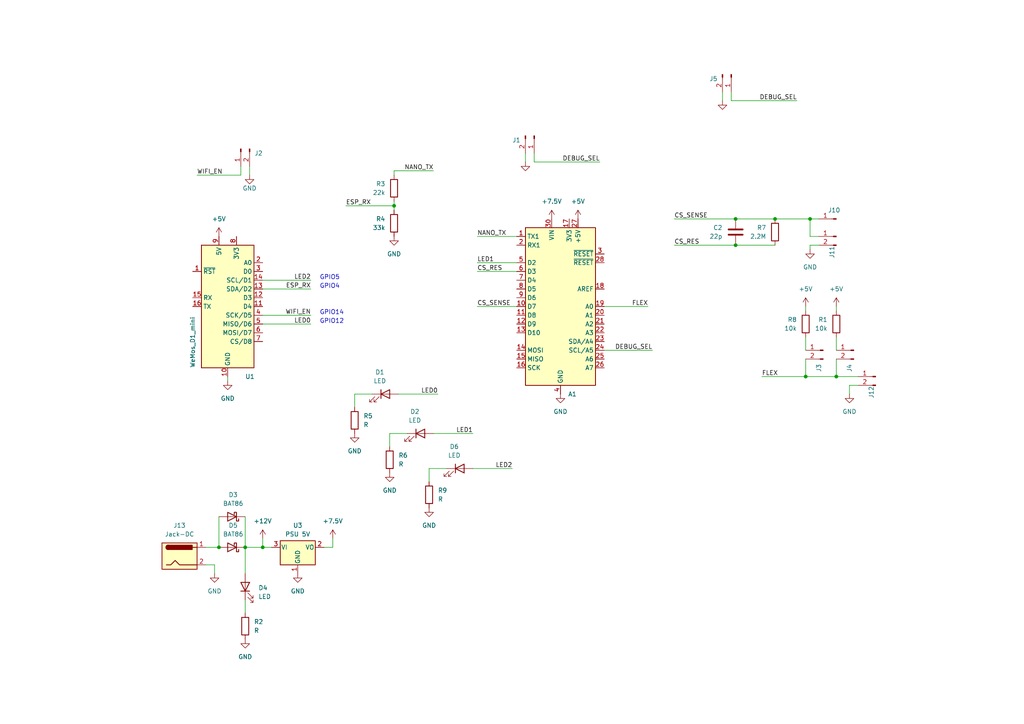
<source format=kicad_sch>
(kicad_sch (version 20230121) (generator eeschema)
  (paper "A4")
  (lib_symbols
    (symbol "Connector:Conn_01x01_Pin" (pin_names (offset 1.016) hide)
      (property "Reference" "J" (at 0 2.54 0))
      (property "Value" "Conn_01x01_Pin" (at 0 -2.54 0))
      (symbol "Conn_01x01_Pin_1_1"
        (polyline (pts (xy 1.27 0) (xy 0.8636 0)) (stroke (width 0.1524)))
        (rectangle (start 0.8636 0.127) (end 0 -0.127) (stroke (width 0.1524)) (fill (type outline)))
        (pin passive line (at 5.08 0 180) (length 3.81) (name "Pin_1") (number "1"))
      )
    )
    (symbol "Connector:Conn_01x02_Pin" (pin_names (offset 1.016) hide)
      (property "Reference" "J" (at 0 2.54 0))
      (property "Value" "Conn_01x02_Pin" (at 0 -5.08 0))
      (symbol "Conn_01x02_Pin_1_1"
        (polyline (pts (xy 1.27 -2.54) (xy 0.8636 -2.54)) (stroke (width 0.1524)))
        (polyline (pts (xy 1.27 0) (xy 0.8636 0)) (stroke (width 0.1524)))
        (rectangle (start 0.8636 -2.413) (end 0 -2.667) (stroke (width 0.1524)) (fill (type outline)))
        (rectangle (start 0.8636 0.127) (end 0 -0.127) (stroke (width 0.1524)) (fill (type outline)))
        (pin passive line (at 5.08 0 180) (length 3.81) (name "Pin_1") (number "1"))
        (pin passive line (at 5.08 -2.54 180) (length 3.81) (name "Pin_2") (number "2"))
      )
    )
    (symbol "Connector:Jack-DC" (pin_names (offset 1.016))
      (property "Reference" "J" (at 0 5.334 0))
      (property "Value" "Jack-DC" (at 0 -5.08 0))
      (symbol "Jack-DC_0_1"
        (rectangle (start -5.08 3.81) (end 5.08 -3.81) (stroke (width 0.254)) (fill (type background)))
        (arc (start -3.302 3.175) (mid -3.9343 2.54) (end -3.302 1.905) (stroke (width 0.254)))
        (arc (start -3.302 3.175) (mid -3.9343 2.54) (end -3.302 1.905) (stroke (width 0.254)) (fill (type outline)))
        (polyline (pts (xy 5.08 2.54) (xy 3.81 2.54)) (stroke (width 0.254)))
        (polyline (pts (xy -3.81 -2.54) (xy -2.54 -2.54) (xy -1.27 -1.27) (xy 0 -2.54) (xy 2.54 -2.54) (xy 5.08 -2.54)) (stroke (width 0.254)))
        (rectangle (start 3.683 3.175) (end -3.302 1.905) (stroke (width 0.254)) (fill (type outline)))
      )
      (symbol "Jack-DC_1_1"
        (pin passive line (at 7.62 2.54 180) (length 2.54) (name "~") (number "1"))
        (pin passive line (at 7.62 -2.54 180) (length 2.54) (name "~") (number "2"))
      )
    )
    (symbol "Device:C" (pin_numbers hide) (pin_names (offset 0.254))
      (property "Reference" "C" (at 0.635 2.54 0))
      (property "Value" "C" (at 0.635 -2.54 0))
      (symbol "C_0_1"
        (polyline (pts (xy -2.032 -0.762) (xy 2.032 -0.762)) (stroke (width 0.508)))
        (polyline (pts (xy -2.032 0.762) (xy 2.032 0.762)) (stroke (width 0.508)))
      )
      (symbol "C_1_1"
        (pin passive line (at 0 3.81 270) (length 2.794) (name "~") (number "1"))
        (pin passive line (at 0 -3.81 90) (length 2.794) (name "~") (number "2"))
      )
    )
    (symbol "Device:LED" (pin_numbers hide) (pin_names (offset 1.016) hide)
      (property "Reference" "D" (at 0 2.54 0))
      (property "Value" "LED" (at 0 -2.54 0))
      (symbol "LED_0_1"
        (polyline (pts (xy -1.27 -1.27) (xy -1.27 1.27)) (stroke (width 0.254)))
        (polyline (pts (xy -1.27 0) (xy 1.27 0)))
        (polyline (pts (xy 1.27 -1.27) (xy 1.27 1.27) (xy -1.27 0) (xy 1.27 -1.27)) (stroke (width 0.254)))
        (polyline (pts (xy -3.048 -0.762) (xy -4.572 -2.286) (xy -3.81 -2.286) (xy -4.572 -2.286) (xy -4.572 -1.524)))
        (polyline (pts (xy -1.778 -0.762) (xy -3.302 -2.286) (xy -2.54 -2.286) (xy -3.302 -2.286) (xy -3.302 -1.524)))
      )
      (symbol "LED_1_1"
        (pin passive line (at -3.81 0 0) (length 2.54) (name "K") (number "1"))
        (pin passive line (at 3.81 0 180) (length 2.54) (name "A") (number "2"))
      )
    )
    (symbol "Device:R" (pin_numbers hide) (pin_names (offset 0))
      (property "Reference" "R" (at 2.032 0 90))
      (property "Value" "R" (at 0 0 90))
      (symbol "R_0_1"
        (rectangle (start -1.016 -2.54) (end 1.016 2.54) (stroke (width 0.254)))
      )
      (symbol "R_1_1"
        (pin passive line (at 0 3.81 270) (length 1.27) (name "~") (number "1"))
        (pin passive line (at 0 -3.81 90) (length 1.27) (name "~") (number "2"))
      )
    )
    (symbol "Diode:BAT86" (pin_numbers hide) (pin_names (offset 1.016) hide)
      (property "Reference" "D" (at 0 2.54 0))
      (property "Value" "BAT86" (at 0 -2.54 0))
      (symbol "BAT86_0_1"
        (polyline (pts (xy 1.27 0) (xy -1.27 0)))
        (polyline (pts (xy 1.27 1.27) (xy 1.27 -1.27) (xy -1.27 0) (xy 1.27 1.27)) (stroke (width 0.254)))
        (polyline (pts (xy -1.905 0.635) (xy -1.905 1.27) (xy -1.27 1.27) (xy -1.27 -1.27) (xy -0.635 -1.27) (xy -0.635 -0.635)) (stroke (width 0.254)))
      )
      (symbol "BAT86_1_1"
        (pin passive line (at -3.81 0 0) (length 2.54) (name "K") (number "1"))
        (pin passive line (at 3.81 0 180) (length 2.54) (name "A") (number "2"))
      )
    )
    (symbol "MCU_Module:Arduino_Nano_Every"
      (property "Reference" "A" (at -10.16 23.495 0))
      (property "Value" "Arduino_Nano_Every" (at 5.08 -24.13 0))
      (symbol "Arduino_Nano_Every_0_1"
        (rectangle (start -10.16 22.86) (end 10.16 -22.86) (stroke (width 0.254)) (fill (type background)))
      )
      (symbol "Arduino_Nano_Every_1_1"
        (pin bidirectional line (at -12.7 20.32 0) (length 2.54) (name "TX1") (number "1"))
        (pin bidirectional line (at -12.7 0 0) (length 2.54) (name "D7") (number "10"))
        (pin bidirectional line (at -12.7 -2.54 0) (length 2.54) (name "D8") (number "11"))
        (pin bidirectional line (at -12.7 -5.08 0) (length 2.54) (name "D9") (number "12"))
        (pin bidirectional line (at -12.7 -7.62 0) (length 2.54) (name "D10") (number "13"))
        (pin bidirectional line (at -12.7 -12.7 0) (length 2.54) (name "MOSI") (number "14"))
        (pin bidirectional line (at -12.7 -15.24 0) (length 2.54) (name "MISO") (number "15"))
        (pin bidirectional line (at -12.7 -17.78 0) (length 2.54) (name "SCK") (number "16"))
        (pin power_out line (at 2.54 25.4 270) (length 2.54) (name "3V3") (number "17"))
        (pin input line (at 12.7 5.08 180) (length 2.54) (name "AREF") (number "18"))
        (pin bidirectional line (at 12.7 0 180) (length 2.54) (name "A0") (number "19"))
        (pin bidirectional line (at -12.7 17.78 0) (length 2.54) (name "RX1") (number "2"))
        (pin bidirectional line (at 12.7 -2.54 180) (length 2.54) (name "A1") (number "20"))
        (pin bidirectional line (at 12.7 -5.08 180) (length 2.54) (name "A2") (number "21"))
        (pin bidirectional line (at 12.7 -7.62 180) (length 2.54) (name "A3") (number "22"))
        (pin bidirectional line (at 12.7 -10.16 180) (length 2.54) (name "SDA/A4") (number "23"))
        (pin bidirectional line (at 12.7 -12.7 180) (length 2.54) (name "SCL/A5") (number "24"))
        (pin bidirectional line (at 12.7 -15.24 180) (length 2.54) (name "A6") (number "25"))
        (pin bidirectional line (at 12.7 -17.78 180) (length 2.54) (name "A7") (number "26"))
        (pin power_out line (at 5.08 25.4 270) (length 2.54) (name "+5V") (number "27"))
        (pin input line (at 12.7 12.7 180) (length 2.54) (name "~{RESET}") (number "28"))
        (pin passive line (at 0 -25.4 90) (length 2.54) hide (name "GND") (number "29"))
        (pin input line (at 12.7 15.24 180) (length 2.54) (name "~{RESET}") (number "3"))
        (pin power_in line (at -2.54 25.4 270) (length 2.54) (name "VIN") (number "30"))
        (pin power_in line (at 0 -25.4 90) (length 2.54) (name "GND") (number "4"))
        (pin bidirectional line (at -12.7 12.7 0) (length 2.54) (name "D2") (number "5"))
        (pin bidirectional line (at -12.7 10.16 0) (length 2.54) (name "D3") (number "6"))
        (pin bidirectional line (at -12.7 7.62 0) (length 2.54) (name "D4") (number "7"))
        (pin bidirectional line (at -12.7 5.08 0) (length 2.54) (name "D5") (number "8"))
        (pin bidirectional line (at -12.7 2.54 0) (length 2.54) (name "D6") (number "9"))
      )
    )
    (symbol "MCU_Module:WeMos_D1_mini"
      (property "Reference" "U" (at 3.81 19.05 0))
      (property "Value" "WeMos_D1_mini" (at 1.27 -19.05 0))
      (symbol "WeMos_D1_mini_1_1"
        (rectangle (start -7.62 17.78) (end 7.62 -17.78) (stroke (width 0.254)) (fill (type background)))
        (pin input line (at -10.16 10.16 0) (length 2.54) (name "~{RST}") (number "1"))
        (pin power_in line (at 0 -20.32 90) (length 2.54) (name "GND") (number "10"))
        (pin bidirectional line (at 10.16 0 180) (length 2.54) (name "D4") (number "11"))
        (pin bidirectional line (at 10.16 2.54 180) (length 2.54) (name "D3") (number "12"))
        (pin bidirectional line (at 10.16 5.08 180) (length 2.54) (name "SDA/D2") (number "13"))
        (pin bidirectional line (at 10.16 7.62 180) (length 2.54) (name "SCL/D1") (number "14"))
        (pin input line (at -10.16 2.54 0) (length 2.54) (name "RX") (number "15"))
        (pin output line (at -10.16 0 0) (length 2.54) (name "TX") (number "16"))
        (pin input line (at 10.16 12.7 180) (length 2.54) (name "A0") (number "2"))
        (pin bidirectional line (at 10.16 10.16 180) (length 2.54) (name "D0") (number "3"))
        (pin bidirectional line (at 10.16 -2.54 180) (length 2.54) (name "SCK/D5") (number "4"))
        (pin bidirectional line (at 10.16 -5.08 180) (length 2.54) (name "MISO/D6") (number "5"))
        (pin bidirectional line (at 10.16 -7.62 180) (length 2.54) (name "MOSI/D7") (number "6"))
        (pin bidirectional line (at 10.16 -10.16 180) (length 2.54) (name "CS/D8") (number "7"))
        (pin power_out line (at 2.54 20.32 270) (length 2.54) (name "3V3") (number "8"))
        (pin power_in line (at -2.54 20.32 270) (length 2.54) (name "5V") (number "9"))
      )
    )
    (symbol "cm-zy-hp:PSU" (pin_names (offset 0.254))
      (property "Reference" "U4" (at 0 5.6048 0))
      (property "Value" "PSU 5V" (at 0 3.0679 0))
      (symbol "PSU_0_1"
        (rectangle (start -5.08 -5.08) (end 5.08 1.905) (stroke (width 0.254)) (fill (type background)))
      )
      (symbol "PSU_1_1"
        (pin power_in line (at 0 -7.62 90) (length 2.54) (name "GND") (number "1"))
        (pin power_out line (at 7.62 0 180) (length 2.54) (name "VO") (number "2"))
        (pin power_in line (at -7.62 0 0) (length 2.54) (name "VI") (number "3"))
      )
    )
    (symbol "power:+12V" (power) (pin_names (offset 0))
      (property "Value" "+12V" (at 0 3.556 0))
      (symbol "+12V_0_1"
        (polyline (pts (xy -0.762 1.27) (xy 0 2.54)))
        (polyline (pts (xy 0 0) (xy 0 2.54)))
        (polyline (pts (xy 0 2.54) (xy 0.762 1.27)))
      )
      (symbol "+12V_1_1"
        (pin power_in line (at 0 0 90) (length 0) hide (name "+12V") (number "1"))
      )
    )
    (symbol "power:+5V" (power) (pin_names (offset 0))
      (property "Value" "+5V" (at 0 3.556 0))
      (symbol "+5V_0_1"
        (polyline (pts (xy -0.762 1.27) (xy 0 2.54)))
        (polyline (pts (xy 0 0) (xy 0 2.54)))
        (polyline (pts (xy 0 2.54) (xy 0.762 1.27)))
      )
      (symbol "+5V_1_1"
        (pin power_in line (at 0 0 90) (length 0) hide (name "+5V") (number "1"))
      )
    )
    (symbol "power:+7.5V" (power) (pin_names (offset 0))
      (property "Value" "+7.5V" (at 0 3.556 0))
      (symbol "+7.5V_0_1"
        (polyline (pts (xy -0.762 1.27) (xy 0 2.54)))
        (polyline (pts (xy 0 0) (xy 0 2.54)))
        (polyline (pts (xy 0 2.54) (xy 0.762 1.27)))
      )
      (symbol "+7.5V_1_1"
        (pin power_in line (at 0 0 90) (length 0) hide (name "+7.5V") (number "1"))
      )
    )
    (symbol "power:GND" (power) (pin_names (offset 0))
      (property "Value" "GND" (at 0 -3.81 0))
      (symbol "GND_0_1"
        (polyline (pts (xy 0 0) (xy 0 -1.27) (xy 1.27 -1.27) (xy 0 -2.54) (xy -1.27 -1.27) (xy 0 -1.27)))
      )
      (symbol "GND_1_1"
        (pin power_in line (at 0 0 270) (length 0) hide (name "GND") (number "1"))
      )
    )
  )
  (junction (at 71.12 158.75))
  (junction (at 76.2 158.75))
  (junction (at 114.3 59.69))
  (junction (at 233.68 109.22))
  (junction (at 63.5 158.75))
  (junction (at 224.79 63.5))
  (junction (at 213.36 63.5))
  (junction (at 213.36 71.12))
  (junction (at 234.95 63.5))
  (junction (at 242.57 109.22))
  (wire (pts (xy 102.87 114.3) (xy 102.87 118.11)))
  (wire (pts (xy 71.12 166.37) (xy 71.12 158.75)))
  (wire (pts (xy 125.73 49.53) (xy 114.3 49.53)))
  (wire (pts (xy 69.85 48.26) (xy 69.85 50.8)))
  (wire (pts (xy 125.73 125.73) (xy 137.16 125.73)))
  (wire (pts (xy 152.4 44.45) (xy 152.4 46.99)))
  (wire (pts (xy 233.68 104.14) (xy 233.68 109.22)))
  (wire (pts (xy 114.3 59.69) (xy 114.3 60.96)))
  (wire (pts (xy 71.12 158.75) (xy 76.2 158.75)))
  (wire (pts (xy 242.57 88.9) (xy 242.57 90.17)))
  (wire (pts (xy 213.36 71.12) (xy 195.58 71.12)))
  (wire (pts (xy 237.49 63.5) (xy 234.95 63.5)))
  (wire (pts (xy 76.2 81.28) (xy 90.17 81.28)))
  (wire (pts (xy 237.49 68.58) (xy 234.95 68.58)))
  (wire (pts (xy 213.36 63.5) (xy 195.58 63.5)))
  (wire (pts (xy 96.52 158.75) (xy 96.52 156.21)))
  (wire (pts (xy 124.46 135.89) (xy 124.46 139.7)))
  (wire (pts (xy 62.23 163.83) (xy 62.23 166.37)))
  (wire (pts (xy 242.57 109.22) (xy 248.92 109.22)))
  (wire (pts (xy 233.68 109.22) (xy 242.57 109.22)))
  (wire (pts (xy 113.03 125.73) (xy 113.03 129.54)))
  (wire (pts (xy 224.79 71.12) (xy 213.36 71.12)))
  (wire (pts (xy 248.92 111.76) (xy 246.38 111.76)))
  (wire (pts (xy 76.2 156.21) (xy 76.2 158.75)))
  (wire (pts (xy 234.95 63.5) (xy 224.79 63.5)))
  (wire (pts (xy 212.09 26.67) (xy 212.09 29.21)))
  (wire (pts (xy 76.2 91.44) (xy 90.17 91.44)))
  (wire (pts (xy 233.68 97.79) (xy 233.68 101.6)))
  (wire (pts (xy 114.3 49.53) (xy 114.3 50.8)))
  (wire (pts (xy 242.57 97.79) (xy 242.57 101.6)))
  (wire (pts (xy 129.54 135.89) (xy 124.46 135.89)))
  (wire (pts (xy 114.3 58.42) (xy 114.3 59.69)))
  (wire (pts (xy 154.94 46.99) (xy 173.99 46.99)))
  (wire (pts (xy 138.43 68.58) (xy 149.86 68.58)))
  (wire (pts (xy 149.86 88.9) (xy 138.43 88.9)))
  (wire (pts (xy 66.04 109.22) (xy 66.04 110.49)))
  (wire (pts (xy 76.2 158.75) (xy 78.74 158.75)))
  (wire (pts (xy 237.49 71.12) (xy 234.95 71.12)))
  (wire (pts (xy 234.95 71.12) (xy 234.95 72.39)))
  (wire (pts (xy 149.86 78.74) (xy 138.43 78.74)))
  (wire (pts (xy 90.17 83.82) (xy 76.2 83.82)))
  (wire (pts (xy 212.09 29.21) (xy 231.14 29.21)))
  (wire (pts (xy 154.94 44.45) (xy 154.94 46.99)))
  (wire (pts (xy 234.95 68.58) (xy 234.95 63.5)))
  (wire (pts (xy 137.16 135.89) (xy 148.59 135.89)))
  (wire (pts (xy 175.26 88.9) (xy 187.96 88.9)))
  (wire (pts (xy 175.26 101.6) (xy 189.23 101.6)))
  (wire (pts (xy 149.86 76.2) (xy 138.43 76.2)))
  (wire (pts (xy 224.79 63.5) (xy 213.36 63.5)))
  (wire (pts (xy 100.33 59.69) (xy 114.3 59.69)))
  (wire (pts (xy 76.2 93.98) (xy 90.17 93.98)))
  (wire (pts (xy 72.39 48.26) (xy 72.39 50.8)))
  (wire (pts (xy 71.12 149.86) (xy 71.12 158.75)))
  (wire (pts (xy 93.98 158.75) (xy 96.52 158.75)))
  (wire (pts (xy 63.5 149.86) (xy 63.5 158.75)))
  (wire (pts (xy 242.57 104.14) (xy 242.57 109.22)))
  (wire (pts (xy 115.57 114.3) (xy 127 114.3)))
  (wire (pts (xy 59.69 158.75) (xy 63.5 158.75)))
  (wire (pts (xy 246.38 111.76) (xy 246.38 114.3)))
  (wire (pts (xy 220.98 109.22) (xy 233.68 109.22)))
  (wire (pts (xy 69.85 50.8) (xy 57.15 50.8)))
  (wire (pts (xy 59.69 163.83) (xy 62.23 163.83)))
  (wire (pts (xy 71.12 173.99) (xy 71.12 177.8)))
  (wire (pts (xy 209.55 26.67) (xy 209.55 29.21)))
  (wire (pts (xy 118.11 125.73) (xy 113.03 125.73)))
  (wire (pts (xy 233.68 88.9) (xy 233.68 90.17)))
  (wire (pts (xy 107.95 114.3) (xy 102.87 114.3)))
  (text "GPIO4" (at 92.71 83.82 0) (effects (font (size 1.27 1.27)) (justify left bottom)))
  (text "GPIO14" (at 92.71 91.44 0) (effects (font (size 1.27 1.27)) (justify left bottom)))
  (text "GPIO12" (at 92.71 93.98 0) (effects (font (size 1.27 1.27)) (justify left bottom)))
  (text "GPIO5" (at 92.71 81.28 0) (effects (font (size 1.27 1.27)) (justify left bottom)))
  (label "CS_SENSE" (at 138.43 88.9 0))
  (label "ESP_RX" (at 100.33 59.69 0))
  (label "NANO_TX" (at 125.73 49.53 180))
  (label "ESP_RX" (at 90.17 83.82 180))
  (label "LED0" (at 90.17 93.98 180))
  (label "CS_SENSE" (at 195.58 63.5 0))
  (label "FLEX" (at 220.98 109.22 0))
  (label "CS_RES" (at 195.58 71.12 0))
  (label "LED2" (at 148.59 135.89 180))
  (label "WIFI_EN" (at 90.17 91.44 180))
  (label "DEBUG_SEL" (at 189.23 101.6 180))
  (label "DEBUG_SEL" (at 173.99 46.99 180))
  (label "LED1" (at 137.16 125.73 180))
  (label "LED1" (at 138.43 76.2 0))
  (label "LED0" (at 127 114.3 180))
  (label "WIFI_EN" (at 57.15 50.8 0))
  (label "CS_RES" (at 138.43 78.74 0))
  (label "FLEX" (at 187.96 88.9 180))
  (label "LED2" (at 90.17 81.28 180))
  (label "DEBUG_SEL" (at 231.14 29.21 180))
  (label "NANO_TX" (at 138.43 68.58 0))
  (symbol (lib_id "power:GND") (at 113.03 137.16 0) (unit 1)
    (property "Reference" "#PWR012" (effects hide))
    (property "Value" "GND" (at 113.03 142.24 0))
  )
  (symbol (lib_id "Device:LED") (at 121.92 125.73 0) (unit 1)
    (property "Reference" "D2" (at 120.3325 119.38 0))
    (property "Value" "LED" (at 120.3325 121.92 0))
    (property "Footprint" "LED_THT:LED_D5.0mm_Clear" (effects hide))
  )
  (symbol (lib_id "Device:R") (at 113.03 133.35 0) (unit 1)
    (property "Reference" "R6" (at 115.57 132.08 0) (effects (justify left)))
    (property "Value" "R" (at 115.57 134.62 0) (effects (justify left)))
    (property "Footprint" "Resistor_THT:R_Axial_DIN0207_L6.3mm_D2.5mm_P10.16mm_Horizontal" (effects hide))
  )
  (symbol (lib_id "Connector:Conn_01x02_Pin") (at 69.85 43.18 90) (mirror x) (unit 1)
    (property "Reference" "J2" (at 76.2 44.45 90) (effects (justify left)))
    (property "Value" "Conn_01x02_Pin" (effects hide))
    (property "Footprint" "cm-zy-hp:PinHeader_1x02_P2.54mm_Vertical" (effects hide))
  )
  (symbol (lib_id "power:+5V") (at 63.5 68.58 0) (unit 1)
    (property "Reference" "#PWR01" (effects hide))
    (property "Value" "+5V" (at 63.5 63.5 0))
  )
  (symbol (lib_id "power:GND") (at 246.38 114.3 0) (mirror y) (unit 1)
    (property "Reference" "#PWR029" (effects hide))
    (property "Value" "GND" (at 246.38 119.38 0))
  )
  (symbol (lib_id "power:+5V") (at 233.68 88.9 0) (mirror y) (unit 1)
    (property "Reference" "#PWR027" (effects hide))
    (property "Value" "+5V" (at 233.68 83.82 0))
  )
  (symbol (lib_id "Device:R") (at 102.87 121.92 0) (unit 1)
    (property "Reference" "R5" (at 105.41 120.65 0) (effects (justify left)))
    (property "Value" "R" (at 105.41 123.19 0) (effects (justify left)))
    (property "Footprint" "Resistor_THT:R_Axial_DIN0207_L6.3mm_D2.5mm_P10.16mm_Horizontal" (effects hide))
  )
  (symbol (lib_id "Device:LED") (at 111.76 114.3 0) (unit 1)
    (property "Reference" "D1" (at 110.1725 107.95 0))
    (property "Value" "LED" (at 110.1725 110.49 0))
    (property "Footprint" "LED_THT:LED_D5.0mm_Clear" (effects hide))
  )
  (symbol (lib_id "power:+12V") (at 76.2 156.21 0) (unit 1)
    (property "Reference" "#PWR031" (effects hide))
    (property "Value" "+12V" (at 76.2 151.13 0))
  )
  (symbol (lib_id "Device:R") (at 233.68 93.98 0) (mirror x) (unit 1)
    (property "Reference" "R8" (at 231.14 92.71 0) (effects (justify right)))
    (property "Value" "10k" (at 231.14 95.25 0) (effects (justify right)))
    (property "Footprint" "Resistor_THT:R_Axial_DIN0207_L6.3mm_D2.5mm_P10.16mm_Horizontal" (effects hide))
  )
  (symbol (lib_id "Connector:Conn_01x02_Pin") (at 247.65 101.6 0) (mirror y) (unit 1)
    (property "Reference" "J4" (at 246.38 107.95 90) (effects (justify left)))
    (property "Value" "Conn_01x02_Pin" (effects hide))
    (property "Footprint" "cm-zy-hp:PinHeader_1x02_P2.54mm_Vertical" (effects hide))
  )
  (symbol (lib_id "power:GND") (at 209.55 29.21 0) (unit 1)
    (property "Reference" "#PWR013" (effects hide))
    (property "Value" "GND" (effects hide))
  )
  (symbol (lib_id "power:GND") (at 62.23 166.37 0) (unit 1)
    (property "Reference" "#PWR030" (effects hide))
    (property "Value" "GND" (at 62.23 171.45 0))
  )
  (symbol (lib_id "power:GND") (at 71.12 185.42 0) (unit 1)
    (property "Reference" "#PWR09" (effects hide))
    (property "Value" "GND" (at 71.12 190.5 0))
  )
  (symbol (lib_id "Connector:Conn_01x01_Pin") (at 242.57 63.5 0) (mirror y) (unit 1)
    (property "Reference" "J10" (at 241.935 60.96 0))
    (property "Value" "Conn_01x01_Pin" (effects hide))
    (property "Footprint" "cm-zy-hp:Stud" (effects hide))
  )
  (symbol (lib_id "cm-zy-hp:PSU") (at 86.36 158.75 0) (unit 1)
    (property "Reference" "U3" (at 86.36 152.4 0))
    (property "Value" "PSU 5V" (at 86.36 154.94 0))
    (property "Footprint" "cm-zy-hp:dsun" (effects hide))
  )
  (symbol (lib_id "Device:C") (at 213.36 67.31 0) (mirror y) (unit 1)
    (property "Reference" "C2" (at 209.55 66.04 0) (effects (justify left)))
    (property "Value" "22p" (at 209.55 68.58 0) (effects (justify left)))
    (property "Footprint" "Capacitor_THT:C_Disc_D6.0mm_W2.5mm_P5.00mm" (effects hide))
  )
  (symbol (lib_id "Connector:Conn_01x02_Pin") (at 254 109.22 0) (mirror y) (unit 1)
    (property "Reference" "J12" (at 252.73 115.57 90) (effects (justify left)))
    (property "Value" "Conn_01x02_Pin" (effects hide))
    (property "Footprint" "Connector_PinHeader_2.54mm:PinHeader_1x02_P2.54mm_Vertical" (effects hide))
  )
  (symbol (lib_id "Device:LED") (at 133.35 135.89 0) (unit 1)
    (property "Reference" "D6" (at 131.7625 129.54 0))
    (property "Value" "LED" (at 131.7625 132.08 0))
    (property "Footprint" "LED_THT:LED_D3.0mm_Clear" (effects hide))
  )
  (symbol (lib_id "MCU_Module:WeMos_D1_mini") (at 66.04 88.9 0) (unit 1)
    (property "Reference" "U1" (at 71.12 109.22 0) (effects (justify left)))
    (property "Value" "WeMos_D1_mini" (at 55.88 106.68 90) (effects (justify left)))
    (property "Footprint" "Module:WEMOS_D1_mini_light" (effects hide))
    (property "Datasheet" "https://wiki.wemos.cc/products:d1:d1_mini#documentation" (effects hide))
  )
  (symbol (lib_id "power:GND") (at 162.56 114.3 0) (unit 1)
    (property "Reference" "#PWR03" (effects hide))
    (property "Value" "GND" (at 162.56 119.38 0))
  )
  (symbol (lib_id "power:GND") (at 114.3 68.58 0) (mirror y) (unit 1)
    (property "Reference" "#PWR05" (effects hide))
    (property "Value" "GND" (at 114.3 73.66 0))
  )
  (symbol (lib_id "Diode:BAT86") (at 67.31 158.75 180) (unit 1)
    (property "Reference" "D5" (at 67.6275 152.4 0))
    (property "Value" "BAT86" (at 67.6275 154.94 0))
    (property "Footprint" "Diode_THT:D_DO-34_SOD68_P7.62mm_Horizontal" (effects hide))
    (property "Datasheet" "https://assets.nexperia.com/documents/data-sheet/BAT86.pdf" (effects hide))
  )
  (symbol (lib_id "power:GND") (at 152.4 46.99 0) (unit 1)
    (property "Reference" "#PWR06" (effects hide))
    (property "Value" "GND" (effects hide))
  )
  (symbol (lib_id "Connector:Conn_01x02_Pin") (at 154.94 39.37 270) (unit 1)
    (property "Reference" "J1" (at 148.59 40.64 90) (effects (justify left)))
    (property "Value" "Conn_01x02_Pin" (effects hide))
    (property "Footprint" "Connector_PinHeader_2.54mm:PinHeader_1x02_P2.54mm_Vertical" (effects hide))
  )
  (symbol (lib_id "Connector:Conn_01x02_Pin") (at 238.76 101.6 0) (mirror y) (unit 1)
    (property "Reference" "J3" (at 237.49 107.95 90) (effects (justify left)))
    (property "Value" "Conn_01x02_Pin" (effects hide))
    (property "Footprint" "cm-zy-hp:PinHeader_1x02_P2.54mm_Vertical" (effects hide))
  )
  (symbol (lib_id "Device:LED") (at 71.12 170.18 90) (unit 1)
    (property "Reference" "D4" (at 74.93 170.4975 90) (effects (justify right)))
    (property "Value" "LED" (at 74.93 173.0375 90) (effects (justify right)))
    (property "Footprint" "LED_THT:LED_D3.0mm_Clear" (effects hide))
  )
  (symbol (lib_id "power:GND") (at 102.87 125.73 0) (unit 1)
    (property "Reference" "#PWR011" (effects hide))
    (property "Value" "GND" (at 102.87 130.81 0))
  )
  (symbol (lib_id "MCU_Module:Arduino_Nano_Every") (at 162.56 88.9 0) (unit 1)
    (property "Reference" "A1" (at 164.7541 114.3 0) (effects (justify left)))
    (property "Value" "Arduino_Nano_Every" (effects hide))
    (property "Footprint" "Module:Arduino_Nano" (effects hide))
    (property "Datasheet" "https://content.arduino.cc/assets/NANOEveryV3.0_sch.pdf" (effects hide))
  )
  (symbol (lib_id "Device:R") (at 71.12 181.61 0) (unit 1)
    (property "Reference" "R2" (at 73.66 180.34 0) (effects (justify left)))
    (property "Value" "R" (at 73.66 182.88 0) (effects (justify left)))
    (property "Footprint" "Resistor_THT:R_Axial_DIN0207_L6.3mm_D2.5mm_P10.16mm_Horizontal" (effects hide))
  )
  (symbol (lib_id "power:GND") (at 72.39 50.8 0) (mirror y) (unit 1)
    (property "Reference" "#PWR07" (effects hide))
    (property "Value" "GND" (at 72.39 54.61 0))
  )
  (symbol (lib_id "power:GND") (at 234.95 72.39 0) (mirror y) (unit 1)
    (property "Reference" "#PWR028" (effects hide))
    (property "Value" "GND" (at 234.95 77.47 0))
  )
  (symbol (lib_id "Device:R") (at 124.46 143.51 0) (unit 1)
    (property "Reference" "R9" (at 127 142.24 0) (effects (justify left)))
    (property "Value" "R" (at 127 144.78 0) (effects (justify left)))
    (property "Footprint" "Resistor_THT:R_Axial_DIN0207_L6.3mm_D2.5mm_P10.16mm_Horizontal" (effects hide))
  )
  (symbol (lib_id "power:+7.5V") (at 96.52 156.21 0) (unit 1)
    (property "Reference" "#PWR033" (effects hide))
    (property "Value" "+7.5V" (at 96.52 151.13 0))
  )
  (symbol (lib_id "Device:R") (at 224.79 67.31 0) (mirror y) (unit 1)
    (property "Reference" "R7" (at 222.25 66.04 0) (effects (justify left)))
    (property "Value" "2.2M" (at 222.25 68.58 0) (effects (justify left)))
    (property "Footprint" "Resistor_THT:R_Axial_DIN0207_L6.3mm_D2.5mm_P10.16mm_Horizontal" (effects hide))
  )
  (symbol (lib_id "Device:R") (at 114.3 64.77 0) (mirror y) (unit 1)
    (property "Reference" "R4" (at 111.76 63.5 0) (effects (justify left)))
    (property "Value" "33k" (at 111.76 66.04 0) (effects (justify left)))
    (property "Footprint" "Resistor_THT:R_Axial_DIN0207_L6.3mm_D2.5mm_P10.16mm_Horizontal" (effects hide))
  )
  (symbol (lib_id "Connector:Conn_01x02_Pin") (at 212.09 21.59 270) (unit 1)
    (property "Reference" "J5" (at 205.74 22.86 90) (effects (justify left)))
    (property "Value" "Conn_01x02_Pin" (effects hide))
    (property "Footprint" "Connector_PinHeader_2.54mm:PinHeader_1x02_P2.54mm_Vertical" (effects hide))
  )
  (symbol (lib_id "power:+7.5V") (at 160.02 63.5 0) (unit 1)
    (property "Reference" "#PWR015" (effects hide))
    (property "Value" "+7.5V" (at 160.02 58.42 0))
  )
  (symbol (lib_id "power:GND") (at 86.36 166.37 0) (unit 1)
    (property "Reference" "#PWR032" (effects hide))
    (property "Value" "GND" (at 86.36 171.45 0))
  )
  (symbol (lib_id "Connector:Conn_01x02_Pin") (at 242.57 68.58 0) (mirror y) (unit 1)
    (property "Reference" "J11" (at 241.3 74.93 90) (effects (justify left)))
    (property "Value" "Conn_01x02_Pin" (effects hide))
    (property "Footprint" "cm-zy-hp:PinHeader_1x02_P2.54mm_Vertical" (effects hide))
  )
  (symbol (lib_id "power:GND") (at 66.04 110.49 0) (unit 1)
    (property "Reference" "#PWR02" (effects hide))
    (property "Value" "GND" (at 66.04 115.57 0))
  )
  (symbol (lib_id "power:+5V") (at 242.57 88.9 0) (mirror y) (unit 1)
    (property "Reference" "#PWR08" (effects hide))
    (property "Value" "+5V" (at 242.57 83.82 0))
  )
  (symbol (lib_id "power:+5V") (at 167.64 63.5 0) (unit 1)
    (property "Reference" "#PWR04" (effects hide))
    (property "Value" "+5V" (at 167.64 58.42 0))
  )
  (symbol (lib_id "Device:R") (at 242.57 93.98 0) (mirror x) (unit 1)
    (property "Reference" "R1" (at 240.03 92.71 0) (effects (justify right)))
    (property "Value" "10k" (at 240.03 95.25 0) (effects (justify right)))
    (property "Footprint" "Resistor_THT:R_Axial_DIN0207_L6.3mm_D2.5mm_P10.16mm_Horizontal" (effects hide))
  )
  (symbol (lib_id "Connector:Jack-DC") (at 52.07 161.29 0) (unit 1)
    (property "Reference" "J13" (at 52.07 152.4 0))
    (property "Value" "Jack-DC" (at 52.07 154.94 0))
    (property "Footprint" "cm-zy-hp:DC_Power_Jack_PCB_Mounted_2.1mm" (effects hide))
  )
  (symbol (lib_id "power:GND") (at 124.46 147.32 0) (unit 1)
    (property "Reference" "#PWR010" (effects hide))
    (property "Value" "GND" (at 124.46 152.4 0))
  )
  (symbol (lib_id "Device:R") (at 114.3 54.61 0) (mirror y) (unit 1)
    (property "Reference" "R3" (at 111.76 53.34 0) (effects (justify left)))
    (property "Value" "22k" (at 111.76 55.88 0) (effects (justify left)))
    (property "Footprint" "Resistor_THT:R_Axial_DIN0207_L6.3mm_D2.5mm_P10.16mm_Horizontal" (effects hide))
  )
  (symbol (lib_id "Diode:BAT86") (at 67.31 149.86 180) (unit 1)
    (property "Reference" "D3" (at 67.6275 143.51 0))
    (property "Value" "BAT86" (at 67.6275 146.05 0))
    (property "Footprint" "Diode_THT:D_DO-34_SOD68_P7.62mm_Horizontal" (effects hide))
    (property "Datasheet" "https://assets.nexperia.com/documents/data-sheet/BAT86.pdf" (effects hide))
  )
)
</source>
